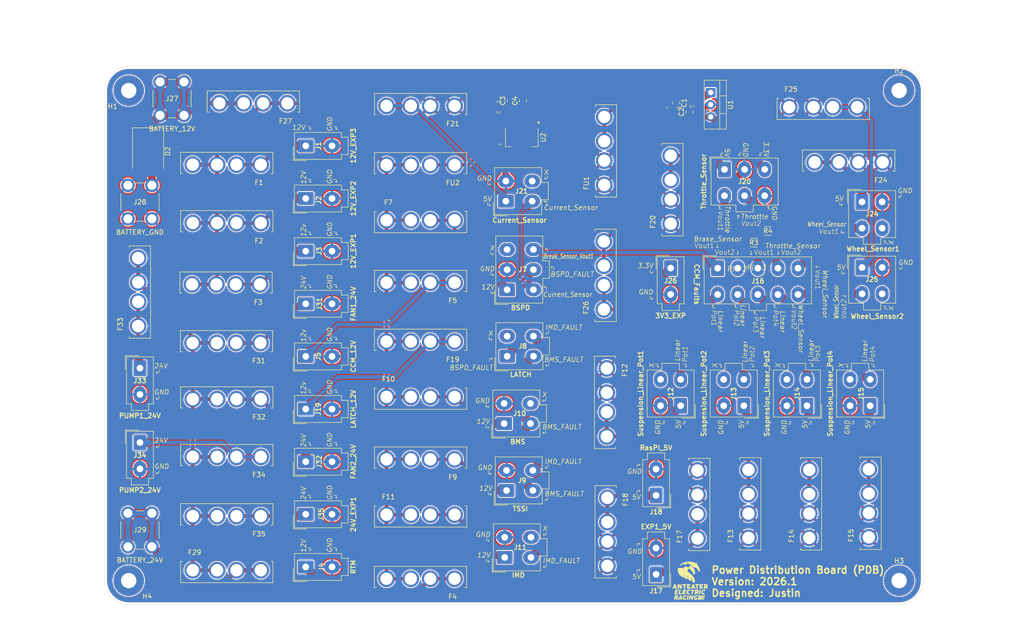
<source format=kicad_pcb>
(kicad_pcb (version 20241229) (generator "pcbnew") (generator_version "9.0")
  (layers (0 "F.Cu" signal) (2 "B.Cu" signal) (13 "F.Paste" user) (15 "B.Paste" user) (5 "F.SilkS" user "F.Silkscreen") (7 "B.SilkS" user "B.Silkscreen") (1 "F.Mask" user) (3 "B.Mask" user) (25 "Edge.Cuts" user))
  (net 0 "")
  (net 1 "/Fuse_EXP3_12V")
  (net 2 "5V")
  (net 3 "/Fuse_EXP2_12V")
  (net 4 "/Fuse_EXP1_12V")
  (net 5 "12V")
  (net 6 "/Fuse_RTM")
  (net 7 "Wheel_Sensor_Vout1")
  (net 8 "Wheel_Sensor_Vout2")
  (net 9 "Linear_Pot3")
  (net 10 "Brake_Sensor_Vout2")
  (net 11 "Linear_Pot4")
  (net 12 "Throttle_Sensor_Vout2")
  (net 13 "Linear_Pot2")
  (net 14 "Brake_Sensor_Vout1")
  (net 15 "Linear_Pot1")
  (net 16 "BMS_FAULT")
  (net 17 "IMD_FAULT")
  (net 18 "BSPD_FAULT")
  (net 19 "Current_Sensor")
  (net 20 "/Fuse_CCM_12V")
  (net 21 "/Fuse_EXP1_5V")
  (net 22 "/Fuse_RasPI_5V")
  (net 23 "/Fuse_LATCH_12V")
  (net 34 "GND")
  (net 35 "/Fuse_EXP_3V3")
  (net 37 "/Fuse_Batt12V")
  (net 38 "Throttle_Sensor_Vout1")
  (net 39 "/Fuse_5to3.3")
  (net 41 "3.3V")
  (net 42 "24V")
  (net 43 "/Fuse_Batt24V")
  (net 44 "/Fuse_Fan1")
  (net 45 "/Fuse_Fan2")
  (net 46 "/Fuse_Pump1")
  (net 47 "/Fuse_Pump2")
  (net 48 "/Fuse_EXP1_24V")
  (net 49 "/Fuse_BSPD")
  (net 50 "/Fuse_Throttle")
  (net 51 "/Fuse_Lin_Pot1")
  (net 52 "/Fuse_12to5")
  (net 53 "/Fuse_Lin_Pot2")
  (net 54 "/Fuse_Lin_Pot3")
  (net 55 "/Fuse_Lin_Pot4")
  (net 56 "/Fuse_Wheel1")
  (net 57 "/Fuse_Wheel2")
  (net 58 "/Fuse_TSSI")
  (net 59 "/Fuse_BMMS")
  (net 60 "/Fuse_IMD")
  (net 61 "/Fuse_CurrentSensor")
  (footprint "0footprints:FUSE_3522-2" (layer "F.Cu") (at 75.643 93.4285 180)
    (property "Reference" "F32")
    (property "Value" "500mA")
  )
  (footprint "MountingHole:MountingHole_3.2mm_M3_Pad" (layer "F.Cu") (at 55.15 131.725)
    (property "Reference" "H4")
    (property "Value" "MountingHole M3")
  )
  (footprint "0footprints:Molex_Mini-Fit_Jr_5566-06A_2x03_P4.20mm_Vertical" (layer "F.Cu") (at 179.65156 45.787498)
    (property "Reference" "J20")
    (property "Value" "Throttle_Sensor")
  )
  (footprint "0footprints:FUSE_3522-2" (layer "F.Cu") (at 210.185 115.563 90)
    (property "Reference" "F15")
    (property "Value" "500mA")
  )
  (footprint "0footprints:Molex_Mini-Fit_Jr_5566-10A_2x05_P4.20mm_Vertical" (layer "F.Cu") (at 178.218 66.4285)
    (property "Reference" "J16")
    (property "Value" "CCM_Faults")
  )
  (footprint "0footprints:Molex_Mini-Fit_Jr_5566-02A_2x01_P4.20mm_Vertical" (layer "F.Cu") (at 92.143 62.866 90)
    (property "Reference" "J3")
    (property "Value" "12V_EXP1")
  )
  (footprint "0footprints:FUSE_3522-2" (layer "F.Cu") (at 116.1288 130.9624 180)
    (property "Reference" "F4")
    (property "Value" "500mA")
  )
  (footprint "0footprints:KEYSTONE_7797" (layer "F.Cu") (at 64.2 31)
    (property "Reference" "J27")
    (property "Value" "BATTERY_12V")
  )
  (footprint "Diode_SMD:D_SMC" (layer "F.Cu") (at 59.2 42 -90)
    (property "Reference" "D2")
    (property "Value" "1.5SMCxxA")
  )
  (footprint "Package_TO_SOT_THT:TO-220-3_Vertical" (layer "F.Cu") (at 176.784 29.718 -90)
    (property "Reference" "U1")
    (property "Value" "5to3.3_Linear_Regulator")
  )
  (footprint "0footprints:Molex_Mini-Fit_Jr_5566-02A_2x01_P4.20mm_Vertical" (layer "F.Cu") (at 165.354 130.422 180)
    (property "Reference" "J17")
    (property "Value" "EXP1_5V")
  )
  (footprint "0footprints:FUSE_3522-2" (layer "F.Cu") (at 75.4888 69.4436 180)
    (property "Reference" "F3")
    (property "Value" "500mA")
  )
  (footprint "0footprints:FUSE_3522-2" (layer "F.Cu") (at 154.813 67.938 90)
    (property "Reference" "F26")
    (property "Value" "500mA")
  )
  (footprint "0footprints:FUSE_3522-2" (layer "F.Cu") (at 154.813 121.532 -90)
    (property "Reference" "F18")
    (property "Value" "500mA")
  )
  (footprint "0footprints:Molex_Mini-Fit_Jr_5566-04A_2x02_P4.20mm_Vertical" (layer "F.Cu") (at 208.407 66.287)
    (property "Reference" "J25")
    (property "Value" "Wheel_Sensor2")
  )
  (footprint "0footprints:FUSE_3522-2" (layer "F.Cu") (at 154.686 94.481 -90)
    (property "Reference" "F12")
    (property "Value" "500mA")
  )
  (footprint "0footprints:Molex_Mini-Fit_Jr_5566-04A_2x02_P4.20mm_Vertical" (layer "F.Cu") (at 134.239 84.836 90)
    (property "Reference" "J8")
    (property "Value" "LATCH")
  )
  (footprint "0footprints:Molex_Mini-Fit_Jr_5566-02A_2x01_P4.20mm_Vertical" (layer "F.Cu") (at 92.143 40.866 90)
    (property "Reference" "J1")
    (property "Value" "12V_EXP3")
  )
  (footprint "0footprints:Molex_Mini-Fit_Jr_5566-02A_2x01_P4.20mm_Vertical" (layer "F.Cu") (at 57.493 87.316)
    (property "Reference" "J33")
    (property "Value" "PUMP1_24V")
  )
  (footprint "0footprints:FUSE_3522-2" (layer "F.Cu") (at 75.643 44.4285 180)
    (property "Reference" "F1")
    (property "Value" "500mA")
  )
  (footprint "0footprints:Molex_Mini-Fit_Jr_5566-04A_2x02_P4.20mm_Vertical" (layer "F.Cu") (at 134.112 112.885833 90)
    (property "Reference" "J9")
    (property "Value" "TSSI")
  )
  (footprint "MountingHole:MountingHole_3.2mm_M3_Pad" (layer "F.Cu") (at 216.154 29.3125)
    (property "Reference" "H2")
    (property "Value" "MountingHole M3")
  )
  (footprint "0footprints:Molex_Mini-Fit_Jr_5566-02A_2x01_P4.20mm_Vertical" (layer "F.Cu") (at 92.143 73.866 90)
    (property "Reference" "J31")
    (property "Value" "FAN1_24V")
  )
  (footprint "0footprints:Molex_Mini-Fit_Jr_5566-04A_2x02_P4.20mm_Vertical" (layer "F.Cu") (at 133.968 52.4285 90)
    (property "Reference" "J21")
    (property "Value" "Current_Sensor")
  )
  (footprint "0footprints:Molex_Mini-Fit_Jr_5566-02A_2x01_P4.20mm_Vertical" (layer "F.Cu") (at 92.143 84.866 90)
    (property "Reference" "J5")
    (property "Value" "CCM_12V")
  )
  (footprint "0footprints:FUSE_3522-2" (layer "F.Cu") (at 197.739 115.6785 90)
    (property "Reference" "F14")
    (property "Value" "500mA")
  )
  (footprint "0footprints:Molex_Mini-Fit_Jr_5566-04A_2x02_P4.20mm_Vertical" (layer "F.Cu") (at 210.093 95.1785 180)
    (property "Reference" "J15")
    (property "Value" "Suspension_Linear_Pot4")
  )
  (footprint "0footprints:KEYSTONE_7797" (layer "F.Cu") (at 57.493 52.616)
    (property "Reference" "J28")
    (property "Value" "BATTERY_GND")
  )
  (footprint "0footprints:Molex_Mini-Fit_Jr_5566-02A_2x01_P4.20mm_Vertical" (layer "F.Cu") (at 57.493 102.866)
    (property "Reference" "J34")
    (property "Value" "PUMP2_24V")
  )
  (footprint "MountingHole:MountingHole_3.2mm_M3_Pad" (layer "F.Cu") (at 55.15 29.3125)
    (property "Reference" "H1")
    (property "Value" "MountingHole M3")
  )
  (footprint "0footprints:Molex_Mini-Fit_Jr_5566-02A_2x01_P4.20mm_Vertical" (layer "F.Cu") (at 92.143 51.866 90)
    (property "Reference" "J2")
    (property "Value" "12V_EXP2")
  )
  (footprint "0footprints:Molex_Mini-Fit_Jr_5566-06A_2x03_P4.20mm_Vertical" (layer "F.Cu") (at 134.218 70.9285 90)
    (property "Reference" "J7")
    (property "Value" "BSPD")
  )
  (footprint "0footprints:Molex_Mini-Fit_Jr_5566-02A_2x01_P4.20mm_Vertical" (layer "F.Cu") (at 92.143 128.866 90)
    (property "Reference" "J4")
    (property "Value" "RTM")
  )
  (footprint "0footprints:FUSE_3522-2" (layer "F.Cu") (at 185.039 115.6785 90)
    (property "Reference" "F13")
    (property "Value" "500mA")
  )
  (footprint "0footprints:Molex_Mini-Fit_Jr_5566-02A_2x01_P4.20mm_Vertical" (layer "F.Cu") (at 92.143 106.866 90)
    (property "Reference" "J32")
    (property "Value" "FAN2_24V")
  )
  (footprint "0footprints:Molex_Mini-Fit_Jr_5566-04A_2x02_P4.20mm_Vertical" (layer "F.Cu") (at 208.398 52.571)
    (property "Reference" "J24")
    (property "Value" "Wheel_Sensor1")
  )
  (footprint "0footprints:FUSE_3522-2" (layer "F.Cu") (at 75.643 129.9285)
    (property "Reference" "F29")
    (property "Value" "10A")
  )
  (footprint "0footprints:KEYSTONE_7797" (layer "F.Cu") (at 57.493 121.141)
    (property "Reference" "J29")
    (property "Value" "BATTERY_24V")
  )
  (footprint "0footprints:logo" (layer "F.Cu") (at 172.255941 132.110958)
    (property "Reference" "REF**" (hide yes))
    (property "Value" "logo")
  )
  (footprint "0footprints:Molex_Mini-Fit_Jr_5566-04A_2x02_P4.20mm_Vertical" (layer "F.Cu") (at 170.493 95.1785 180)
    (property "Reference" "J12")
    (property "Value" "Suspension_Linear_Pot1")
  )
  (footprint "Resistor_SMD:R_1206_3216Metric" (layer "F.Cu") (at 188.722 58.667 180)
    (property "Reference" "R4")
    (property "Value" "10K")
  )
  (footprint "Capacitor_SMD:C_0805_2012Metric" (layer "F.Cu") (at 172.339 33.782 90)
    (property "Reference" "C2")
    (property "Value" "33uF")
  )
  (footprint "0footprints:Molex_Mini-Fit_Jr_5566-04A_2x02_P4.20mm_Vertical" (layer "F.Cu") (at 133.604 98.900056 90)
    (property "Reference" "J10")
    (property "Value" "BMS")
  )
  (footprint "0footprints:Molex_Mini-Fit_Jr_5566-02A_2x01_P4.20mm_Vertical" (layer "F.Cu") (at 165.354 113.912 180)
    (property "Reference" "J18")
    (property "Value" "RasPI_5V")
  )
  (footprint "Capacitor_SMD:C_0805_2012Metric" (layer "F.Cu") (at 137.541 31.442 90)
    (property "Reference" "C4")
    (property "Value" "2.2uF")
  )
  (footprint "MountingHole:MountingHole_3.2mm_M3_Pad" (layer "F.Cu") (at 216.154 131.725)
    (property "Reference" "H3")
    (property "Value" "MountingHole M3")
  )
  (footprint "0footprints:FUSE_3522-2" (layer "F.Cu") (at 116.143 93.701938)
    (property "Reference" "F10")
    (property "Value" "500mA")
  )
  (footprint "0footprints:FUSE_3522-2" (layer "F.Cu") (at 205.6 43.935 180)
    (property "Reference" "F24")
    (property "Value" "500mA")
  )
  (footprint "0footprints:FUSE_3522-2" (layer "F.Cu") (at 57.493 71.416 90)
    (property "Reference" "F33")
    (property "Value" "500mA")
  )
  (footprint "0footprints:FUSE_3522-2" (layer "F.Cu") (at 75.643 117.866 180)
    (property "Reference" "F35")
    (property "Value" "500mA")
  )
  (footprint "0footprints:FUSE_3522-2" (layer "F.Cu") (at 75.643 105.491 180)
    (property "Reference" "F34")
    (property "Value" "500mA")
  )
  (footprint "0footprints:FUSE_3522-2" (layer "F.Cu") (at 168.783 50.031 90)
    (property "Reference" "F20")
    (property "Value" "500mA")
  )
  (footprint "Capacitor_SMD:C_0805_2012Metric" (layer "F.Cu") (at 169.545 31.877 -90)
    (property "Reference" "C1")
    (property "Value" "0.47uF")
  )
  (footprint "0footprints:FUSE_3522-2" (layer "F.Cu") (at 75.5904 81.6864 180)
    (property "Reference" "F31")
    (property "Value" "500mA")
  )
  (footprint "0footprints:FUSE_3522-2" (layer "F.Cu") (at 116.143 69.092563 180)
    (property "Reference" "F5")
    (property "Value" "500mA")
  )
  (footprint "0footprints:FUSE_3522-2" (layer "F.Cu") (at 116.143 56.787875)
    (property "Reference" "F7")
    (property "Value" "500mA")
  )
  (footprint "0footprints:FUSE_3522-2" (layer "F.Cu") (at 81.2 31.6 180)
    (property "Reference" "F27")
    (property "Value" "10A")
  )
  (footprint "0footprints:FUSE_3522-2" (layer "F.Cu") (at 116.143 106.006625 180)
    (property "Reference" "F9")
    (property "Value" "500mA")
  )
  (footprint "0footprints:Molex_Mini-Fit_Jr_5566-02A_2x01_P4.20mm_Vertical" (layer "F.Cu") (at 168.402 66.414)
    (property "Reference" "J26")
    (property "Value" "3V3_EXP")
  )
  (footprint "Capacitor_SMD:C_0805_2012Metric" (layer "F.Cu") (at 135.001 31.442 90)
    (property "Reference" "C3")
    (property "Value" "1uF")
  )
  (footprint "0footprints:FUSE_3522-2" (layer "F.Cu") (at 116.143 32.141 180)
    (property "Reference" "F21")
    (property "Value" "500mA")
  )
  (footprint "0footprints:Molex_Mini-Fit_Jr_5566-02A_2x01_P4.20mm_Vertical" (layer "F.Cu") (at 92.143 117.866 90)
    (property "Reference" "J35")
    (property "Value" "24V_EXP1")
  )
  (footprint "0footprints:FUSE_3522-2" (layer "F.Cu") (at 116.143 118.311313)
    (property "Reference" "F11")
    (property "Value" "500mA")
  )
  (footprint "0footprints:Molex_Mini-Fit_Jr_5566-04A_2x02_P4.20mm_Vertical" (layer "F.Cu") (at 196.893 95.1785 180)
    (property "Reference" "J14")
    (property "Value" "Suspension_Linear_Pot3")
  )
  (footprint "0footprints:FUSE_3522-2" (layer "F.Cu") (at 75.643 56.616 180)
    (property "Reference" "F2")
    (property "Value" "500mA")
  )
  (footprint "0footprints:FUSE_3522-2" (layer "F.Cu") (at 200.279 33.14)
    (property "Reference" "F25")
    (property "Value" "500mA")
  )
  (footprint "0footprints:Molex_Mini-Fit_Jr_5566-02A_2x01_P4.20mm_Vertical" (layer "F.Cu") (at 92.143 95.866 90)
    (property "Reference" "J19")
    (property "Value" "LATCH_12V")
  )
  (footprint "0footprints:FUSE_3522-2" (layer "F.Cu") (at 174.371 115.81 90)
    (property "Reference" "F17")
    (property "Value" "500mA")
  )
  (footprint "0footprints:Molex_Mini-Fit_Jr_5566-04A_2x02_P4.20mm_Vertical" (layer "F.Cu") (at 183.693 95.1785 180)
    (property "Reference" "J13")
    (property "Value" "Suspension_Linear_Pot2")
  )
  (footprint "Package_TO_SOT_SMD:SOT-223" (layer "F.Cu") (at 137.287 39.123 -90)
    (property "Reference" "U2")
    (property "Value" "TLV76150DCYR")
  )
  (footprint "0footprints:FUSE_3522-2" (layer "F.Cu") (at 154.893 41.9285 90)
    (property "Reference" "FU1")
    (property "Value" "500mA")
  )
  (footprint "Resistor_SMD:R_1206_3216Metric" (layer "F.Cu") (at 185.801 61.08)
    (property "Reference" "R3")
    (property "Value" "10K")
  )
  (footprint "0footprints:FUSE_3522-2" (layer "F.Cu") (at 116.143 44.483188 180)
    (property "Reference" "FU2")
    (property "Value" "10A")
  )
  (footprint "0footprints:FUSE_3522-2" (layer "F.Cu") (at 116.143 81.39725 180)
    (property "Reference" "F19")
    (property "Value" "500mA")
  )
  (footprint "0footprints:Molex_Mini-Fit_Jr_5566-04A_2x02_P4.20mm_Vertical" (layer "F.Cu") (at 133.718 126.871611 90)
    (property "Reference" "J11")
    (property "Value" "IMD")
  )
  (gr_arc (start 50.15 29.3125) (mid 51.614466 25.776966) (end 55.15 24.3125) (stroke (width 0.05)) (layer "Edge.Cuts"))
  (gr_line (start 55.15 136.725) (end 216.154 136.725) (stroke (width 0.05)) (layer "Edge.Cuts"))
  (gr_line (start 50.15 131.725) (end 50.15 29.3125) (stroke (width 0.05)) (layer "Edge.Cuts"))
  (gr_arc (start 216.154 24.3125) (mid 219.689534 25.776966) (end 221.154 29.3125) (stroke (width 0.05)) (layer "Edge.Cuts"))
  (gr_arc (start 221.154 131.725) (mid 219.689534 135.260534) (end 216.154 136.725) (stroke (width 0.05)) (layer "Edge.Cuts"))
  (gr_line (start 221.154 131.725) (end 221.154 29.3125) (stroke (width 0.05)) (layer "Edge.Cuts"))
  (gr_line (start 216.154 24.3125) (end 55.15 24.3125) (stroke (width 0.05)) (layer "Edge.Cuts"))
  (gr_arc (start 55.15 136.725) (mid 51.614466 135.260534) (end 50.15 131.725) (stroke (width 0.05)) (layer "Edge.Cuts"))
  (gr_text "Power Distribution Board (PDB)\nVersion: 2026.1\nDesigned: Justin" (at 176.8 135.2 0) (layer "F.SilkS") (effects (font (size 1.5 1.5) (thickness 0.3) (bold yes)) (justify left bottom)))
  (gr_text "GND" (at 169.548 33.116 0) (layer "F.SilkS") (effects (font (size 0.4 0.4) (thickness 0.05)) (justify left bottom)))
  (gr_text "GND" (at 131.893 31.866 0) (layer "F.SilkS") (effects (font (size 0.4 0.4) (thickness 0.05)) (justify left bottom)))
  (gr_text "IN" (at 167.298 33.116 0) (layer "F.SilkS") (effects (font (size 0.4 0.4) (thickness 0.05)) (justify left bottom)))
  (gr_text "IN" (at 132.393 40.818 0) (layer "F.SilkS") (effects (font (size 0.4 0.4) (thickness 0.05)) (justify left bottom)))
  (gr_text "OUT" (at 172.298 32.866 0) (layer "F.SilkS") (effects (font (size 0.4 0.4) (thickness 0.05)) (justify left bottom)))
  (gr_text "OUT" (at 131.893 34.116 0) (layer "F.SilkS") (effects (font (size 0.4 0.4) (thickness 0.05)) (justify left bottom)))
  (segment (start 82.753 44.7985) (end 82.773 44.7985) (width 0.8) (layer "F.Cu") (net 1))
  (segment (start 82.773 44.7985) (end 86.7055 40.866) (width 0.8) (layer "F.Cu") (net 1))
  (segment (start 82.753 44.7985) (end 77.673 44.7985) (width 0.8) (layer "F.Cu") (net 1))
  (segment (start 86.7055 40.866) (end 92.143 40.866) (width 0.8) (layer "F.Cu") (net 1))
  (segment (start 122.835888 32.141) (end 122.893 32.141) (width 0.4) (layer "F.Cu") (net 2))
  (segment (start 82.773 56.986) (end 87.893 51.866) (width 0.8) (layer "F.Cu") (net 3))
  (segment (start 87.893 51.866) (end 92.143 51.866) (width 0.8) (layer "F.Cu") (net 3))
  (segment (start 82.753 56.986) (end 82.773 56.986) (width 0.8) (layer "F.Cu") (net 3))
  (segment (start 82.753 56.986) (end 77.673 56.986) (width 0.8) (layer "F.Cu") (net 3))
  (segment (start 89.5664 62.866) (end 92.143 62.866) (width 0.8) (layer "F.Cu") (net 4))
  (segment (start 82.5988 69.8136) (end 82.6188 69.8136) (width 0.8) (layer "F.Cu") (net 4))
  (segment (start 82.6188 69.8136) (end 89.5664 62.866) (width 0.8) (layer "F.Cu") (net 4))
  (segment (start 82.5988 69.8136) (end 77.5188 69.8136) (width 0.8) (layer "F.Cu") (net 4))
  (segment (start 109.033 44.853188) (end 114.113 44.853188) (width 0.8) (layer "F.Cu") (net 5))
  (segment (start 73.613 69.6594) (end 73.4588 69.8136) (width 0.8) (layer "F.Cu") (net 5))
  (segment (start 109.033 104.4) (end 109.033 115.2) (width 0.8) (layer "F.Cu") (net 5))
  (segment (start 109.033 128.2) (end 109.033 131.3182) (width 0.8) (layer "F.Cu") (net 5))
  (segment (start 73.4588 69.8136) (end 68.3788 69.8136) (width 0.8) (layer "F.Cu") (net 5))
  (segment (start 109.033 53.6) (end 109.033 67.2) (width 0.8) (layer "F.Cu") (net 5))
  (segment (start 73.613 56.986) (end 68.533 56.986) (width 0.8) (layer "F.Cu") (net 5))
  (segment (start 109.033 93.331938) (end 114.113 93.331938) (width 0.8) (layer "F.Cu") (net 5))
  (segment (start 88.31 31.97) (end 96.129812 31.97) (width 0.8) (layer "F.Cu") (net 5))
  (segment (start 73.613 44.7985) (end 73.613 41.587) (width 0.8) (layer "F.Cu") (net 5))
  (segment (start 83.23 31.97) (end 88.31 31.97) (width 0.8) (layer "F.Cu") (net 5))
  (segment (start 109.0188 131.3324) (end 114.0988 131.3324) (width 0.8) (layer "F.Cu") (net 5))
  (segment (start 109.033 79.8) (end 109.033 90.4) (width 0.8) (layer "F.Cu") (net 5))
  (segment (start 109.033 90.4) (end 109.033 104.4) (width 0.8) (layer "F.Cu") (net 5))
  (segment (start 109.033 117.941313) (end 114.113 117.941313) (width 0.8) (layer "F.Cu") (net 5))
  (segment (start 109.033 44.853188) (end 109.033 53.6) (width 0.8) (layer "F.Cu") (net 5))
  (segment (start 73.613 41.587) (end 83.23 31.97) (width 0.8) (layer "F.Cu") (net 5))
  (segment (start 109.033 56.417875) (end 114.113 56.417875) (width 0.8) (layer "F.Cu") (net 5))
  (segment (start 109.033 69.462563) (end 114.113 69.462563) (width 0.8) (layer "F.Cu") (net 5))
  (segment (start 109.033 106.376625) (end 114.113 106.376625) (width 0.8) (layer "F.Cu") (net 5))
  (segment (start 73.613 56.986) (end 73.613 69.6594) (width 0.8) (layer "F.Cu") (net 5))
  (segment (start 109.033 81.76725) (end 114.113 81.76725) (width 0.8) (layer "F.Cu") (net 5))
  (segment (start 109.033 115.2) (end 109.033 128.2) (width 0.8) (layer "F.Cu") (net 5))
  (segment (start 73.613 44.7985) (end 73.613 56.986) (width 0.8) (layer "F.Cu") (net 5))
  (segment (start 96.129812 31.97) (end 109.013 44.853188) (width 0.8) (layer "F.Cu") (net 5))
  (segment (start 109.033 131.3182) (end 109.0188 131.3324) (width 0.8) (layer "F.Cu") (net 5))
  (segment (start 109.033 67.2) (end 109.033 79.8) (width 0.8) (layer "F.Cu") (net 5))
  (segment (start 109.013 44.853188) (end 109.033 44.853188) (width 0.8) (layer "F.Cu") (net 5))
  (segment (start 73.613 44.7985) (end 68.533 44.7985) (width 0.8) (layer "F.Cu") (net 5))
  (segment (start 118.1588 131.3324) (end 123.2388 131.3324) (width 0.8) (layer "F.Cu") (net 6))
  (segment (start 115.8078 133.6834) (end 118.1588 131.3324) (width 0.8) (layer "F.Cu") (net 6))
  (segment (start 96.9604 133.6834) (end 115.8078 133.6834) (width 0.8) (layer "F.Cu") (net 6))
  (segment (start 92.143 128.866) (end 96.9604 133.6834) (width 0.8) (layer "F.Cu") (net 6))
  (segment (start 203.3755 58.071) (end 208.398 58.071) (width 0.8) (layer "F.Cu") (net 7))
  (segment (start 195.018 66.4285) (end 203.3755 58.071) (width 0.8) (layer "F.Cu") (net 7))
  (segment (start 208.407 71.816) (end 208.378 71.787) (width 0.8) (layer "F.Cu") (net 8))
  (segment (start 195.1595 71.787) (end 195.018 71.9285) (width 0.8) (layer "F.Cu") (net 8))
  (segment (start 208.407 71.787) (end 208.407 71.816) (width 0.8) (layer "F.Cu") (net 8))
  (segment (start 208.378 71.787) (end 195.1595 71.787) (width 0.8) (layer "F.Cu") (net 8))
  (segment (start 196.893 89.6785) (end 196.893 82.2035) (width 0.8) (layer "F.Cu") (net 9))
  (segment (start 196.893 82.2035) (end 186.618 71.9285) (width 0.8) (layer "F.Cu") (net 9))
  (segment (start 191.202131 71.9285) (end 190.818 71.9285) (width 0.8) (layer "F.Cu") (net 11))
  (segment (start 210.093 89.6785) (end 208.952131 89.6785) (width 0.8) (layer "F.Cu") (net 11))
  (segment (start 208.952131 89.6785) (end 191.202131 71.9285) (width 0.8) (layer "F.Cu") (net 11))
  (segment (start 183.85156 51.287498) (end 190.1845 57.620438) (width 0.8) (layer "F.Cu") (net 12))
  (segment (start 190.1845 58.667) (end 190.1845 65.795) (width 0.8) (layer "F.Cu") (net 12))
  (segment (start 190.1845 57.620438) (end 190.1845 58.667) (width 0.8) (layer "F.Cu") (net 12))
  (segment (start 190.1845 65.795) (end 190.818 66.4285) (width 0.8) (layer "F.Cu") (net 12))
  (segment (start 183.693 89.6785) (end 183.693 73.2035) (width 0.8) (layer "F.Cu") (net 13))
  (segment (start 183.693 73.2035) (end 182.418 71.9285) (width 0.8) (layer "F.Cu") (net 13))
  (segment (start 178.218 66.4285) (end 174.9685 63.179) (width 0.8) (layer "B.Cu") (net 14))
  (segment (start 140.3685 63.179) (end 139.718 62.5285) (width 0.8) (layer "B.Cu") (net 14))
  (segment (start 174.9685 63.179) (end 140.3685 63.179) (width 0.8) (layer "B.Cu") (net 14))
  (segment (start 170.493 79.6535) (end 178.218 71.9285) (width 0.8) (layer "F.Cu") (net 15))
  (segment (start 170.493 89.6785) (end 170.493 79.6535) (width 0.8) (layer "F.Cu") (net 15))
  (segment (start 139.468 112.885833) (end 136.893 110.310833) (width 0.8) (layer "F.Cu") (net 16))
  (segment (start 139.739 84.836) (end 139.546278 84.836) (width 0.8) (layer "F.Cu") (net 16))
  (segment (start 136.393 96.075056) (end 139.104 98.786056) (width 0.8) (layer "F.Cu") (net 16))
  (segment (start 136.893 101.225056) (end 139.104 99.014056) (width 0.8) (layer "F.Cu") (net 16))
  (segment (start 139.546278 84.836) (end 136.393 87.989278) (width 0.8) (layer "F.Cu") (net 16))
  (segment (start 136.893 110.310833) (end 136.893 101.225056) (width 0.8) (layer "F.Cu") (net 16))
  (segment (start 139.104 98.786056) (end 139.104 98.900056) (width 0.8) (layer "F.Cu") (net 16))
  (segment (start 136.393 87.989278) (end 136.393 96.075056) (width 0.8) (layer "F.Cu") (net 16))
  (segment (start 139.612 112.885833) (end 139.468 112.885833) (width 0.8) (layer "F.Cu") (net 16))
  (segment (start 139.104 99.014056) (end 139.104 98.900056) (width 0.8) (layer "F.Cu") (net 16))
  (segment (start 143.129 105.024833) (end 139.739 108.414833) (width 0.8) (layer "F.Cu") (net 17))
  (segment (start 143.129 122.960611) (end 139.218 126.871611) (width 0.8) (layer "F.Cu") (net 17))
  (segment (start 139.739 108.812833) (end 139.739 108.998) (width 0.8) (layer "F.Cu") (net 17))
  (segment (start 139.739 108.558833) (end 139.612 108.685833) (width 0.8) (layer "F.Cu") (net 17))
  (segment (start 139.866 81.112278) (end 143.129 84.375278) (width 0.8) (layer "F.Cu") (net 17))
  (segment (start 139.739 80.636) (end 139.866 80.763) (width 0.8) (layer "F.Cu") (net 17))
  (segment (start 139.866 80.763) (end 139.866 81.112278) (width 0.8) (layer "F.Cu") (net 17))
  (segment (start 139.612 108.685833) (end 139.739 108.812833) (width 0.8) (layer "F.Cu") (net 17))
  (segment (start 143.129 112.388) (end 143.129 122.960611) (width 0.8) (layer "F.Cu") (net 17))
  (segment (start 143.129 84.375278) (end 143.129 105.024833) (width 0.8) (layer "F.Cu") (net 17))
  (segment (start 139.739 108.414833) (end 139.739 108.558833) (width 0.8) (layer "F.Cu") (net 17))
  (segment (start 139.739 108.998) (end 143.129 112.388) (width 0.8) (layer "F.Cu") (net 17))
  (segment (start 134.239 84.836) (end 134.366 84.709) (width 0.8) (layer "F.Cu") (net 18))
  (segment (start 134.366 84.516278) (end 136.943 81.939278) (width 0.8) (layer "F.Cu") (net 18))
  (segment (start 136.943 81.939278) (end 136.943 69.5035) (width 0.8) (layer "F.Cu") (net 18))
  (segment (start 136.943 69.5035) (end 139.718 66.7285) (width 0.8) (layer "F.Cu") (net 18))
  (segment (start 134.366 84.709) (end 134.366 84.516278) (width 0.8) (layer "F.Cu") (net 18))
  (segment (start 139.468 52.4285) (end 139.718 52.4285) (width 0.4) (layer "B.Cu") (net 19))
  (segment (start 137.2 68.6605) (end 137.2 54.6965) (width 0.4) (layer "B.Cu") (net 19))
  (segment (start 139.468 70.9285) (end 137.2 68.6605) (width 0.4) (layer "B.Cu") (net 19))
  (segment (start 137.2 54.6965) (end 139.468 52.4285) (width 0.4) (layer "B.Cu") (net 19))
  (segment (start 118.173 69.462563) (end 109.419563 78.216) (width 0.8) (layer "B.Cu") (net 20))
  (segment (start 118.173 69.462563) (end 123.253 69.462563) (width 0.8) (layer "B.Cu") (net 20))
  (segment (start 98.793 78.216) (end 92.143 84.866) (width 0.8) (layer "B.Cu") (net 20))
  (segment (start 109.419563 78.216) (end 98.793 78.216) (width 0.8) (layer "B.Cu") (net 20))
  (segment (start 166.499 130.422) (end 174.001 122.92) (width 0.8) (layer "F.Cu") (net 21))
  (segment (start 165.354 130.422) (end 166.499 130.422) (width 0.8) (layer "F.Cu") (net 21))
  (segment (start 174.001 122.92) (end 174.001 117.84) (width 0.8) (layer "F.Cu") (net 21))
  (segment (start 155.573 114.032) (end 165.234 114.032) (width 0.8) (layer "F.Cu") (net 22))
  (segment (start 155.183 114.422) (end 155.573 114.032) (width 0.8) (layer "F.Cu") (net 22))
  (segment (start 155.183 114.422) (end 155.183 119.502) (width 0.8) (layer "F.Cu") (net 22))
  (segment (start 165.234 114.032) (end 165.354 113.912) (width 0.8) (layer "F.Cu") (net 22))
  (segment (start 118.173 81.76725) (end 110.77425 89.166) (width 0.8) (layer "B.Cu") (net 23))
  (segment (start 118.173 81.76725) (end 123.253 81.76725) (width 0.8) (layer "B.Cu") (net 23))
  (segment (start 98.843 89.166) (end 92.143 95.866) (width 0.8) (layer "B.Cu") (net 23))
  (segment (start 110.77425 89.166) (end 98.843 89.166) (width 0.8) (layer "B.Cu") (net 23))
  (segment (start 59.993 49.116) (end 59.993 46.193) (width 1) (layer "F.Cu") (net 34))
  (segment (start 139.693 35.867) (end 139.693 31.623) (width 0.8) (layer "F.Cu") (net 34))
  (segment (start 139.693 31.623) (end 138.562 30.492) (width 0.8) (layer "F.Cu") (net 34))
  (segment (start 133.985 42.037) (end 139.587 36.435) (width 0.8) (layer "F.Cu") (net 34))
  (segment (start 139.587 35.973) (end 139.693 35.867) (width 0.8) (layer "F.Cu") (net 34))
  (segment (start 59.993 46.193) (end 59.2 45.4) (width 1) (layer "F.Cu") (net 34))
  (segment (start 181.90056 47.738498) (end 181.90056 52.88606) (width 0.8) (layer "F.Cu") (net 34))
  (segment (start 172.339 32.832) (end 169.677 32.832) (width 0.8) (layer "F.Cu") (net 34))
  (segment (start 183.85156 45.787498) (end 181.90056 47.738498) (width 0.8) (layer "F.Cu") (net 34))
  (segment (start 133.968 45.991) (end 133.985 45.974) (width 0.8) (layer "F.Cu") (net 34))
  (segment (start 187.2595 58.245) (end 187.2595 58.667) (width 0.8) (layer "F.Cu") (net 34))
  (segment (start 133.985 45.974) (end 133.985 42.037) (width 0.8) (layer "F.Cu") (net 34))
  (segment (start 138.562 30.492) (end 137.541 30.492) (width 0.8) (layer "F.Cu") (net 34))
  (segment (start 139.587 36.315) (end 139.587 35.973) (width 0.8) (layer "F.Cu") (net 34))
  (segment (start 133.968 48.2285) (end 133.968 45.991) (width 0.8) (layer "F.Cu") (net 34))
  (segment (start 139.587 35.973) (end 139.486178 35.973) (width 0.8) (layer "F.Cu") (net 34))
  (segment (start 187.2595 60.822) (end 187.2635 60.826) (width 0.8) (layer "F.Cu") (net 34))
  (segment (start 176.21 32.832) (end 176.784 32.258) (width 0.8) (layer "F.Cu") (net 34))
  (segment (start 137.541 30.492) (end 135.001 30.492) (width 0.8) (layer "F.Cu") (net 34))
  (segment (start 187.2635 60.826) (end 187.2635 61.08) (width 0.8) (layer "F.Cu") (net 34))
  (segment (start 181.90056 52.88606) (end 187.2595 58.245) (width 0.8) (layer "F.Cu") (net 34))
  (segment (start 187.2595 58.667) (end 187.2595 60.822) (width 0.8) (layer "F.Cu") (net 34))
  (segment (start 139.587 36.435) (end 139.587 35.973) (width 0.8) (layer "F.Cu") (net 34))
  (segment (start 172.339 32.832) (end 176.21 32.832) (width 0.8) (layer "F.Cu") (net 34))
  (segment (start 159.768 75.048) (end 154.443 75.048) (width 0.8) (layer "F.Cu") (net 35))
  (segment (start 154.443 75.048) (end 154.443 69.968) (width 0.8) (layer "F.Cu") (net 35))
  (segment (start 168.402 66.414) (end 159.768 75.048) (width 0.8) (layer "F.Cu") (net 35))
  (segment (start 74.07 31.97) (end 73.7 31.6) (width 1) (layer "F.Cu") (net 37))
  (segment (start 66.7 34.5) (end 69.23 31.97) (width 1) (layer "F.Cu") (net 37))
  (segment (start 74.09 31.97) (end 74.07 31.97) (width 1) (layer "F.Cu") (net 37))
  (segment (start 59.2 37) (end 59.2 38.6) (width 1) (layer "F.Cu") (net 37))
  (segment (start 66.7 34.5) (end 61.7 34.5) (width 1) (layer "F.Cu") (net 37))
  (segment (start 74.09 31.97) (end 79.17 31.97) (width 1) (layer "F.Cu") (net 37))
  (segment (start 61.7 27.5) (end 66.7 27.5) (width 1) (layer "F.Cu") (net 37))
  (segment (start 69.23 31.97) (end 74.09 31.97) (width 1) (layer "F.Cu") (net 37))
  (segment (start 61.7 34.5) (end 59.2 37) (width 1) (layer "F.Cu") (net 37))
  (segment (start 66.7 27.5) (end 66.7 34.5) (width 1) (layer "B.Cu") (net 37))
  (segment (start 61.7 34.5) (end 61.7 27.5) (width 1) (layer "B.Cu") (net 37))
  (segment (start 179.65156 51.287498) (end 179.65156 56.39306) (width 0.8) (layer "F.Cu") (net 38))
  (segment (start 184.3385 61.08) (end 186.618 63.3595) (width 0.8) (layer "F.Cu") (net 38))
  (segment (start 179.65156 56.39306) (end 184.3385 61.08) (width 0.8) (layer "F.Cu") (net 38))
  (segment (start 186.618 63.3595) (end 186.618 66.4285) (width 0.8) (layer "F.Cu") (net 38))
  (segment (start 175.575 30.927) (end 158.3945 30.927) (width 0.8) (layer "F.Cu") (net 39))
  (segment (start 154.523 34.8185) (end 154.523 34.8135) (width 0.8) (layer "F.Cu") (net 39))
  (segment (start 154.523 34.8135) (end 154.9005 34.436) (width 0.8) (layer "F.Cu") (net 39))
  (segment (start 158.3945 30.927) (end 154.523 34.7985) (width 0.8) (layer "F.Cu") (net 39))
  (segment (start 154.523 34.8185) (end 154.523 39.8985) (width 0.8) (layer "F.Cu") (net 39))
  (segment (start 176.784 29.718) (end 175.575 30.927) (width 0.8) (layer "F.Cu") (net 39))
  (segment (start 154.523 34.7985) (end 154.523 34.8185) (width 0.8) (layer "F.Cu") (net 39))
  (segment (start 160.655 54.596) (end 154.443 60.808) (width 0.8) (layer "F.Cu") (net 41))
  (segment (start 177.062062 34.798) (end 188.05156 45.787498) (width 0.8) (layer "F.Cu") (net 41))
  (segment (start 175.199 34.732) (end 172.339 34.732) (width 0.8) (layer "F.Cu") (net 41))
  (segment (start 160.655 41.402) (end 160.655 54.596) (width 0.8) (layer "F.Cu") (net 41))
  (segment (start 154.443 60.828) (end 154.443 65.908) (width 0.8) (layer "F.Cu") (net 41))
  (segment (start 167.325 34.732) (end 160.655 41.402) (width 0.8) (layer "F.Cu") (net 41))
  (segment (start 175.265 34.798) (end 175.199 34.732) (width 0.8) (layer "F.Cu") (net 41))
  (segment (start 176.784 34.798) (end 175.265 34.798) (width 0.8) (layer "F.Cu") (net 41))
  (segment (start 172.339 34.732) (end 167.325 34.732) (width 0.8) (layer "F.Cu") (net 41))
  (segment (start 176.784 34.798) (end 177.062062 34.798) (width 0.8) (layer "F.Cu") (net 41))
  (segment (start 154.443 60.808) (end 154.443 60.828) (width 0.8) (layer "F.Cu") (net 41))
  (segment (start 68.4804 82.0764) (end 68.533 82.129) (width 0.8) (layer "F.Cu") (net 42))
  (segment (start 68.533 129.5585) (end 73.613 129.5585) (width 0.8) (layer "F.Cu") (net 42))
  (segment (start 68.4804 82.0564) (end 73.5604 82.0564) (width 0.8) (layer "F.Cu") (net 42))
  (segment (start 68.533 93.7985) (end 73.613 93.7985) (width 0.8) (layer "F.Cu") (net 42))
  (segment (start 68.533 90.4) (end 68.533 104) (width 0.8) (layer "F.Cu") (net 42))
  (segment (start 57.123 64.306) (end 57.123 69.386) (width 0.8) (layer "F.Cu") (net 42))
  (segment (start 68.533 104) (end 68.533 115.6) (width 0.8) (layer "F.Cu") (net 42))
  (segment (start 68.4804 80.7434) (end 68.4804 82.0564) (width 0.8) (layer "F.Cu") (net 42))
  (segment (start 68.533 118.236) (end 73.613 118.236) (width 0.8) (layer "F.Cu") (net 42))
  (segment (start 57.123 69.386) (end 68.4804 80.7434) (width 0.8) (layer "F.Cu") (net 42))
  (segment (start 68.533 105.861) (end 73.613 105.861) (width 0.8) (layer "F.Cu") (net 42))
  (segment (start 68.533 82.129) (end 68.533 90.4) (width 0.8) (layer "F.Cu") (net 42))
  (segment (start 68.533 127.2) (end 68.533 129.5585) (width 0.8) (layer "F.Cu") (net 42))
  (segment (start 68.533 115.6) (end 68.533 127.2) (width 0.8) (layer "F.Cu") (net 42))
  (segment (start 67.868 132.516) (end 59.993 124.641) (width 1) (layer "F.Cu") (net 43))
  (segment (start 77.673 129.5585) (end 74.7155 132.516) (width 1) (layer "F.Cu") (net 43))
  (segment (start 74.7155 132.516) (end 67.868 132.516) (width 1) (layer "F.Cu") (net 43))
  (segment (start 77.673 129.5585) (end 82.753 129.5585) (width 1) (layer "F.Cu") (net 43))
  (segment (start 54.993 117.641) (end 59.993 117.641) (width 1) (layer "B.Cu") (net 43))
  (segment (start 59.993 117.641) (end 59.993 124.641) (width 1) (layer "B.Cu") (net 43))
  (segment (start 54.993 124.641) (end 54.993 117.641) (width 1) (layer "B.Cu") (net 43))
  (segment (start 90.8908 73.866) (end 92.143 73.866) (width 0.8) (layer "F.Cu") (net 44))
  (segment (start 82.7004 82.0564) (end 90.8908 73.866) (width 0.8) (layer "F.Cu") (net 44))
  (segment (start 82.7004 82.0564) (end 77.6204 82.0564) (width 0.8) (layer "F.Cu") (net 44))
  (segment (start 82.753 93.7985) (end 92.143 103.1885) (width 0.8) (layer "F.Cu") (net 45))
  (segment (start 92.143 103.1885) (end 92.143 106.866) (width 0.8) (layer "F.Cu") (net 45))
  (segment (start 82.753 93.7985) (end 77.673 93.7985) (width 0.8) (layer "F.Cu") (net 45))
  (segment (start 57.123 86.946) (end 57.123 78.526) (width 0.8) (layer "F.Cu") (net 46))
  (segment (start 57.123 78.526) (end 57.123 73.446) (width 0.8) (layer "F.Cu") (net 46))
  (segment (start 57.493 87.316) (end 57.123 86.946) (width 0.8) (layer "F.Cu") (net 46))
  (segment (start 74.678 102.866) (end 57.493 102.866) (width 0.8) (layer "B.Cu") (net 47))
  (segment (start 77.673 105.861) (end 82.753 105.861) (width 0.8) (layer "B.Cu") (net 47))
  (segment (start 77.673 105.861) (end 74.678 102.866) (width 0.8) (layer "B.Cu") (net 47))
  (segment (start 92.143 117.941) (end 92.143 117.866) (width 0.8) (layer "F.Cu") (net 48))
  (segment (start 82.753 118.236) (end 77.673 118.236) (width 0.8) (layer "F.Cu") (net 48))
  (segment (start 92.143 117.866) (end 91.773 118.236) (width 0.8) (layer "F.Cu") (net 48))
  (segment (start 91.773 118.236) (end 82.753 118.236) (width 0.8) (layer "F.Cu") (net 48))
  (segment (start 82.8105 118.1785) (end 83.143 118.1785) (width 0.8) (layer "F.Cu") (net 48))
  (segment (start 82.753 118.236) (end 82.8105 118.1785) (width 0.8) (layer "F.Cu") (net 48))
  (segment (start 92.218 118.016) (end 92.143 117.941) (width 0.8) (layer "F.Cu") (net 48))
  (segment (start 123.253 56.417875) (end 123.253 59.9635) (width 0.8) (layer "F.Cu") (net 49))
  (segment (start 123.253 56.417875) (end 118.173 56.417875) (width 0.8) (layer "F.Cu") (net 49))
  (segment (start 123.253 59.9635) (end 134.218 70.9285) (width 0.8) (layer "F.Cu") (net 49))
  (segment (start 176.785062 42.921) (end 168.413 42.921) (width 0.8) (layer "F.Cu") (net 50))
  (segment (start 168.413 42.921) (end 168.413 48.001) (width 0.8) (layer "F.Cu") (net 50))
  (segment (start 179.65156 45.787498) (end 176.785062 42.921) (width 0.8) (layer "F.Cu") (net 50))
  (segment (start 155.056 101.591) (end 164.0805 101.591) (width 0.8) (layer "F.Cu") (net 51))
  (segment (start 155.056 101.591) (end 155.056 96.511) (width 0.8) (layer "F.Cu") (net 51))
  (segment (start 164.0805 101.591) (end 170.493 95.1785) (width 0.8) (layer "F.Cu") (net 51))
  (segment (start 126.106812 44.853188) (end 134.987 35.973) (width 0.8) (layer "F.Cu") (net 52))
  (segment (start 123.253 44.853188) (end 118.173 44.853188) (width 0.8) (layer "F.Cu") (net 52))
  (segment (start 135.093 32.484) (end 135.001 32.392) (width 0.8) (layer "F.Cu") (net 52))
  (segment (start 123.253 44.853188) (end 126.106812 44.853188) (width 0.8) (layer "F.Cu") (net 52))
  (segment (start 135.093 35.867) (end 135.093 32.484) (width 0.8) (layer "F.Cu") (net 52))
  (segment (start 134.987 35.973) (end 135.093 35.867) (width 0.8) (layer "F.Cu") (net 52))
  (segment (start 184.669 96.1545) (end 183.693 95.1785) (width 0.8) (layer "F.Cu") (net 53))
  (segment (start 184.669 108.5685) (end 184.669 113.6485) (width 0.8) (layer "F.Cu") (net 53))
  (segment (start 184.669 108.5685) (end 184.669 96.1545) (width 0.8) (layer "F.Cu") (net 53))
  (segment (start 197.369 108.5685) (end 197.369 95.6545) (width 0.8) (layer "F.Cu") (net 54))
  (segment (start 197.369 108.5685) (end 197.369 113.6485) (width 0.8) (layer "F.Cu") (net 54))
  (segment (start 197.369 95.6545) (end 196.893 95.1785) (width 0.8) (layer "F.Cu") (net 54))
  (segment (start 209.815 108.453) (end 209.815 113.533) (width 0.8) (layer "F.Cu") (net 55))
  (segment (start 209.815 95.4565) (end 210.093 95.1785) (width 0.8) (layer "F.Cu") (net 55))
  (segment (start 209.815 108.453) (end 209.815 95.4565) (width 0.8) (layer "F.Cu") (net 55))
  (segment (start 208.398 49.133) (end 208.398 52.571) (width 0.8) (layer "F.Cu") (net 56))
  (segment (start 197.594 44.305) (end 203.57 44.305) (width 0.8) (layer "F.Cu") (net 56))
  (segment (start 203.57 44.305) (end 208.398 49.133) (width 0.8) (layer "F.Cu") (net 56))
  (segment (start 210.349 35.73) (end 207.389 32.77) (width 0.8) (layer "B.Cu") (net 57))
  (segment (start 210.349 64.345) (end 210.349 35.73) (width 0.8) (layer "B.Cu") (net 57))
  (segment (start 208.407 66.287) (end 210.349 64.345) (width 0.8) (layer "B.Cu") (net 57))
  (segment (start 207.389 32.77) (end 202.309 32.77) (width 0.8) (layer "B.Cu") (net 57))
  (segment (start 123.253 106.376625) (end 124.013 106.376625) (width 0.8) (layer "F.Cu") (net 58))
  (segment (start 124.013 106.376625) (end 130.522208 112.885833) (width 0.8) (layer "F.Cu") (net 58))
  (segment (start 130.522208 112.885833) (end 134.112 112.885833) (width 0.8) (layer "F.Cu") (net 58))
  (segment (start 123.253 106.376625) (end 118.173 106.376625) (width 0.8) (layer "F.Cu") (net 58))
  (segment (start 128.841118 98.900056) (end 123.273 93.331938) (width 0.8) (layer "F.Cu") (net 59))
  (segment (start 123.253 93.331938) (end 118.173 93.331938) (width 0.8) (layer "F.Cu") (net 59))
  (segment (start 133.604 98.900056) (end 128.841118 98.900056) (width 0.8) (layer "F.Cu") (net 59))
  (segment (start 123.273 93.331938) (end 123.253 93.331938) (width 0.8) (layer "F.Cu") (net 59))
  (segment (start 123.273 117.941313) (end 132.203298 126.871611) (width 0.8) (layer "F.Cu") (net 60))
  (segment (start 123.253 117.941313) (end 118.173 117.941313) (width 0.8) (layer "F.Cu") (net 60))
  (segment (start 132.203298 126.871611) (end 133.718 126.871611) (width 0.8) (layer "F.Cu") (net 60))
  (segment (start 123.253 117.941313) (end 123.273 117.941313) (width 0.8) (layer "F.Cu") (net 60))
  (segment (start 133.968 51.630817) (end 114.848183 32.511) (width 0.8) (layer "B.Cu") (net 61))
  (segment (start 133.968 52.4285) (end 133.968 51.630817) (width 0.8) (layer "B.Cu") (net 61))
  (segment (start 114.113 32.511) (end 109.033 32.511) (width 0.8) (layer "B.Cu") (net 61))
  (segment (start 114.848183 32.511) (end 114.113 32.511) (width 0.8) (layer "B.Cu") (net 61))
  (zone (net 2) (net_name "5V") (layer "F.Cu") (connect_pads (clearance 0)) (min_thickness 0.25) (fill yes (thermal_gap 0.5) (thermal_bridge_width 0.5))
    (polygon (pts (xy 238.25 140.0625) (xy 239.75 20.8125) (xy 31 19.3125) (xy 31.5 140.8125)))
  )
  (zone (net 34) (net_name "GND") (layer "B.Cu") (priority 2) (connect_pads (clearance 0)) (min_thickness 0.25) (fill yes (thermal_gap 0.5) (thermal_bridge_width 0.5))
    (polygon (pts (xy 29.25 17.8125) (xy 28.25 140.8125) (xy 241.75 141.8125) (xy 242.25 18.5625)))
  )
)
</source>
